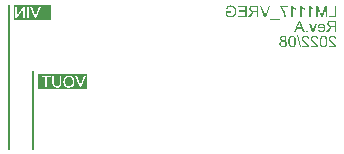
<source format=gbo>
G04 Layer_Color=32896*
%FSLAX25Y25*%
%MOIN*%
G70*
G01*
G75*
%ADD24C,0.00800*%
G36*
X117452Y45000D02*
X117002D01*
X115942Y47786D01*
X116431D01*
X117047Y46082D01*
X117086Y45971D01*
X117124Y45871D01*
X117152Y45777D01*
X117180Y45705D01*
X117197Y45638D01*
X117213Y45594D01*
X117219Y45566D01*
X117225Y45555D01*
X117258Y45660D01*
X117286Y45766D01*
X117319Y45860D01*
X117347Y45943D01*
X117369Y46016D01*
X117385Y46071D01*
X117391Y46088D01*
X117396Y46104D01*
X117402Y46110D01*
Y46116D01*
X118001Y47786D01*
X118501D01*
X117452Y45000D01*
D02*
G37*
G36*
X106075Y48934D02*
X102950D01*
Y49273D01*
X106075D01*
Y48934D01*
D02*
G37*
G36*
X125000Y45000D02*
X124489D01*
Y46704D01*
X123835D01*
X123774Y46698D01*
X123729D01*
X123690Y46693D01*
X123662Y46687D01*
X123640D01*
X123629Y46682D01*
X123624D01*
X123535Y46654D01*
X123496Y46637D01*
X123463Y46621D01*
X123429Y46604D01*
X123407Y46593D01*
X123396Y46587D01*
X123390Y46582D01*
X123346Y46549D01*
X123302Y46510D01*
X123219Y46426D01*
X123180Y46387D01*
X123152Y46354D01*
X123135Y46332D01*
X123130Y46326D01*
X123074Y46249D01*
X123013Y46165D01*
X122952Y46077D01*
X122891Y45994D01*
X122841Y45916D01*
X122802Y45855D01*
X122785Y45832D01*
X122775Y45816D01*
X122763Y45805D01*
Y45799D01*
X122258Y45000D01*
X121626D01*
X122286Y46043D01*
X122364Y46154D01*
X122436Y46254D01*
X122508Y46338D01*
X122569Y46415D01*
X122625Y46471D01*
X122669Y46515D01*
X122697Y46543D01*
X122708Y46554D01*
X122752Y46587D01*
X122802Y46626D01*
X122902Y46687D01*
X122947Y46709D01*
X122980Y46732D01*
X123002Y46743D01*
X123013Y46748D01*
X122913Y46765D01*
X122819Y46782D01*
X122736Y46809D01*
X122652Y46832D01*
X122580Y46859D01*
X122514Y46892D01*
X122452Y46920D01*
X122397Y46948D01*
X122353Y46981D01*
X122308Y47009D01*
X122275Y47031D01*
X122247Y47054D01*
X122225Y47070D01*
X122208Y47087D01*
X122203Y47092D01*
X122197Y47098D01*
X122153Y47153D01*
X122108Y47209D01*
X122042Y47326D01*
X121997Y47442D01*
X121964Y47553D01*
X121942Y47647D01*
X121936Y47686D01*
Y47725D01*
X121931Y47753D01*
Y47775D01*
Y47786D01*
Y47792D01*
X121936Y47908D01*
X121953Y48014D01*
X121981Y48114D01*
X122009Y48197D01*
X122042Y48269D01*
X122064Y48324D01*
X122086Y48358D01*
X122092Y48363D01*
Y48369D01*
X122158Y48458D01*
X122225Y48535D01*
X122297Y48602D01*
X122364Y48652D01*
X122425Y48691D01*
X122475Y48713D01*
X122508Y48730D01*
X122514Y48735D01*
X122519D01*
X122569Y48752D01*
X122630Y48768D01*
X122752Y48796D01*
X122885Y48813D01*
X123008Y48829D01*
X123124Y48835D01*
X123174D01*
X123219Y48841D01*
X125000D01*
Y45000D01*
D02*
G37*
G36*
X120160Y47842D02*
X120260Y47831D01*
X120355Y47814D01*
X120443Y47786D01*
X120527Y47758D01*
X120604Y47725D01*
X120677Y47692D01*
X120738Y47653D01*
X120799Y47620D01*
X120849Y47581D01*
X120893Y47547D01*
X120926Y47520D01*
X120954Y47492D01*
X120976Y47475D01*
X120987Y47464D01*
X120993Y47459D01*
X121054Y47381D01*
X121109Y47298D01*
X121159Y47214D01*
X121204Y47126D01*
X121237Y47031D01*
X121265Y46942D01*
X121309Y46765D01*
X121326Y46687D01*
X121337Y46610D01*
X121343Y46543D01*
X121348Y46482D01*
X121354Y46432D01*
Y46399D01*
Y46371D01*
Y46365D01*
X121348Y46243D01*
X121337Y46127D01*
X121320Y46016D01*
X121298Y45916D01*
X121270Y45821D01*
X121243Y45733D01*
X121209Y45655D01*
X121176Y45583D01*
X121143Y45522D01*
X121109Y45466D01*
X121082Y45422D01*
X121054Y45383D01*
X121032Y45350D01*
X121015Y45327D01*
X121004Y45316D01*
X120999Y45311D01*
X120926Y45244D01*
X120854Y45189D01*
X120776Y45139D01*
X120693Y45094D01*
X120615Y45061D01*
X120532Y45028D01*
X120377Y44983D01*
X120305Y44972D01*
X120238Y44961D01*
X120177Y44950D01*
X120127Y44945D01*
X120088Y44939D01*
X120027D01*
X119855Y44950D01*
X119700Y44978D01*
X119561Y45011D01*
X119506Y45033D01*
X119450Y45055D01*
X119400Y45078D01*
X119356Y45100D01*
X119322Y45117D01*
X119289Y45133D01*
X119267Y45150D01*
X119250Y45161D01*
X119239Y45172D01*
X119234D01*
X119123Y45272D01*
X119034Y45377D01*
X118956Y45488D01*
X118901Y45594D01*
X118856Y45688D01*
X118840Y45733D01*
X118823Y45766D01*
X118812Y45799D01*
X118806Y45821D01*
X118801Y45832D01*
Y45838D01*
X119289Y45899D01*
X119333Y45794D01*
X119383Y45705D01*
X119433Y45627D01*
X119478Y45566D01*
X119517Y45522D01*
X119550Y45488D01*
X119578Y45466D01*
X119583Y45461D01*
X119655Y45416D01*
X119728Y45383D01*
X119805Y45361D01*
X119872Y45344D01*
X119933Y45333D01*
X119983Y45327D01*
X120027D01*
X120094Y45333D01*
X120155Y45338D01*
X120266Y45366D01*
X120366Y45405D01*
X120455Y45450D01*
X120521Y45488D01*
X120571Y45527D01*
X120604Y45555D01*
X120610Y45566D01*
X120615D01*
X120693Y45666D01*
X120754Y45777D01*
X120799Y45899D01*
X120832Y46010D01*
X120849Y46110D01*
X120860Y46154D01*
X120865Y46193D01*
Y46227D01*
X120871Y46249D01*
Y46265D01*
Y46271D01*
X118790D01*
X118784Y46326D01*
Y46365D01*
Y46387D01*
Y46393D01*
X118790Y46521D01*
X118801Y46637D01*
X118817Y46748D01*
X118840Y46854D01*
X118867Y46948D01*
X118895Y47037D01*
X118928Y47115D01*
X118962Y47187D01*
X118995Y47253D01*
X119028Y47309D01*
X119056Y47353D01*
X119084Y47392D01*
X119106Y47425D01*
X119123Y47448D01*
X119134Y47459D01*
X119139Y47464D01*
X119206Y47531D01*
X119278Y47592D01*
X119356Y47642D01*
X119433Y47686D01*
X119511Y47725D01*
X119583Y47753D01*
X119661Y47780D01*
X119728Y47797D01*
X119800Y47814D01*
X119861Y47825D01*
X119916Y47836D01*
X119961Y47842D01*
X120000Y47847D01*
X120055D01*
X120160Y47842D01*
D02*
G37*
G36*
X108722Y53336D02*
X106840D01*
X106974Y53175D01*
X107101Y53003D01*
X107212Y52836D01*
X107318Y52675D01*
X107362Y52603D01*
X107401Y52536D01*
X107440Y52475D01*
X107468Y52425D01*
X107490Y52381D01*
X107506Y52353D01*
X107518Y52331D01*
X107523Y52325D01*
X107634Y52103D01*
X107734Y51881D01*
X107817Y51671D01*
X107851Y51576D01*
X107884Y51482D01*
X107917Y51399D01*
X107939Y51321D01*
X107961Y51254D01*
X107978Y51199D01*
X107995Y51149D01*
X108006Y51116D01*
X108011Y51093D01*
Y51088D01*
X108067Y50860D01*
X108089Y50749D01*
X108106Y50649D01*
X108123Y50555D01*
X108139Y50461D01*
X108150Y50383D01*
X108161Y50305D01*
X108167Y50239D01*
X108172Y50178D01*
X108178Y50122D01*
Y50078D01*
X108184Y50044D01*
Y50022D01*
Y50006D01*
Y50000D01*
X107701D01*
X107684Y50211D01*
X107656Y50405D01*
X107629Y50583D01*
X107612Y50666D01*
X107595Y50744D01*
X107584Y50810D01*
X107568Y50871D01*
X107556Y50927D01*
X107545Y50971D01*
X107534Y51005D01*
X107529Y51032D01*
X107523Y51049D01*
Y51055D01*
X107440Y51310D01*
X107351Y51548D01*
X107307Y51665D01*
X107262Y51776D01*
X107212Y51876D01*
X107168Y51976D01*
X107129Y52065D01*
X107090Y52142D01*
X107057Y52209D01*
X107029Y52270D01*
X107001Y52320D01*
X106985Y52353D01*
X106974Y52375D01*
X106968Y52381D01*
X106901Y52498D01*
X106835Y52614D01*
X106768Y52719D01*
X106702Y52819D01*
X106641Y52908D01*
X106579Y52997D01*
X106518Y53075D01*
X106469Y53141D01*
X106419Y53208D01*
X106374Y53263D01*
X106330Y53308D01*
X106297Y53347D01*
X106274Y53380D01*
X106252Y53402D01*
X106241Y53413D01*
X106235Y53419D01*
Y53791D01*
X108722D01*
Y53336D01*
D02*
G37*
G36*
X125000Y50000D02*
X122597D01*
Y50455D01*
X124489D01*
Y53841D01*
X125000D01*
Y50000D01*
D02*
G37*
G36*
X95130D02*
X92261D01*
Y50455D01*
X94619D01*
Y51759D01*
X92494D01*
Y52214D01*
X94619D01*
Y53386D01*
X92349D01*
Y53841D01*
X95130D01*
Y50000D01*
D02*
G37*
G36*
X99004D02*
X98493D01*
Y51704D01*
X97838D01*
X97777Y51698D01*
X97733D01*
X97694Y51693D01*
X97666Y51687D01*
X97644D01*
X97633Y51682D01*
X97627D01*
X97539Y51654D01*
X97500Y51637D01*
X97466Y51621D01*
X97433Y51604D01*
X97411Y51593D01*
X97400Y51587D01*
X97394Y51582D01*
X97350Y51548D01*
X97306Y51510D01*
X97222Y51426D01*
X97183Y51388D01*
X97156Y51354D01*
X97139Y51332D01*
X97133Y51326D01*
X97078Y51249D01*
X97017Y51165D01*
X96956Y51077D01*
X96895Y50994D01*
X96845Y50916D01*
X96806Y50855D01*
X96789Y50832D01*
X96778Y50816D01*
X96767Y50805D01*
Y50799D01*
X96262Y50000D01*
X95629D01*
X96290Y51043D01*
X96368Y51154D01*
X96440Y51254D01*
X96512Y51337D01*
X96573Y51415D01*
X96628Y51471D01*
X96673Y51515D01*
X96701Y51543D01*
X96712Y51554D01*
X96756Y51587D01*
X96806Y51626D01*
X96906Y51687D01*
X96950Y51709D01*
X96984Y51732D01*
X97006Y51743D01*
X97017Y51748D01*
X96917Y51765D01*
X96823Y51782D01*
X96739Y51809D01*
X96656Y51832D01*
X96584Y51859D01*
X96517Y51893D01*
X96456Y51920D01*
X96401Y51948D01*
X96356Y51981D01*
X96312Y52009D01*
X96279Y52031D01*
X96251Y52053D01*
X96229Y52070D01*
X96212Y52087D01*
X96207Y52092D01*
X96201Y52098D01*
X96157Y52153D01*
X96112Y52209D01*
X96046Y52325D01*
X96001Y52442D01*
X95968Y52553D01*
X95946Y52647D01*
X95940Y52686D01*
Y52725D01*
X95935Y52753D01*
Y52775D01*
Y52786D01*
Y52792D01*
X95940Y52908D01*
X95957Y53014D01*
X95985Y53114D01*
X96012Y53197D01*
X96046Y53269D01*
X96068Y53325D01*
X96090Y53358D01*
X96096Y53363D01*
Y53369D01*
X96162Y53458D01*
X96229Y53535D01*
X96301Y53602D01*
X96368Y53652D01*
X96429Y53691D01*
X96478Y53713D01*
X96512Y53730D01*
X96517Y53735D01*
X96523D01*
X96573Y53752D01*
X96634Y53768D01*
X96756Y53796D01*
X96889Y53813D01*
X97011Y53829D01*
X97128Y53835D01*
X97178D01*
X97222Y53841D01*
X99004D01*
Y50000D01*
D02*
G37*
G36*
X115387Y45000D02*
X114849D01*
Y45538D01*
X115387D01*
Y45000D01*
D02*
G37*
G36*
X113206Y39933D02*
X112829D01*
X111713Y43907D01*
X112091D01*
X113206Y39933D01*
D02*
G37*
G36*
X120837Y43846D02*
X120976Y43824D01*
X121093Y43785D01*
X121193Y43746D01*
X121276Y43702D01*
X121309Y43685D01*
X121337Y43663D01*
X121359Y43652D01*
X121376Y43641D01*
X121381Y43630D01*
X121387D01*
X121487Y43541D01*
X121570Y43435D01*
X121642Y43330D01*
X121698Y43230D01*
X121742Y43136D01*
X121764Y43097D01*
X121775Y43058D01*
X121787Y43030D01*
X121798Y43008D01*
X121803Y42997D01*
Y42991D01*
X121825Y42908D01*
X121848Y42825D01*
X121881Y42642D01*
X121909Y42459D01*
X121925Y42287D01*
X121931Y42203D01*
X121936Y42131D01*
Y42065D01*
X121942Y42004D01*
Y41959D01*
Y41920D01*
Y41898D01*
Y41892D01*
X121936Y41698D01*
X121925Y41515D01*
X121909Y41349D01*
X121881Y41193D01*
X121853Y41049D01*
X121820Y40921D01*
X121787Y40805D01*
X121753Y40705D01*
X121720Y40616D01*
X121681Y40538D01*
X121653Y40472D01*
X121626Y40422D01*
X121598Y40377D01*
X121581Y40350D01*
X121570Y40333D01*
X121565Y40327D01*
X121503Y40261D01*
X121437Y40200D01*
X121365Y40144D01*
X121293Y40100D01*
X121221Y40061D01*
X121148Y40028D01*
X121076Y40005D01*
X121010Y39983D01*
X120943Y39967D01*
X120882Y39956D01*
X120826Y39944D01*
X120782Y39939D01*
X120743Y39933D01*
X120688D01*
X120538Y39944D01*
X120399Y39967D01*
X120282Y40005D01*
X120183Y40044D01*
X120099Y40083D01*
X120072Y40106D01*
X120044Y40122D01*
X120022Y40133D01*
X120005Y40144D01*
X120000Y40155D01*
X119994D01*
X119894Y40250D01*
X119811Y40350D01*
X119739Y40461D01*
X119683Y40561D01*
X119639Y40655D01*
X119616Y40694D01*
X119605Y40733D01*
X119594Y40760D01*
X119583Y40782D01*
X119578Y40794D01*
Y40799D01*
X119550Y40883D01*
X119528Y40966D01*
X119494Y41143D01*
X119467Y41326D01*
X119450Y41504D01*
X119445Y41582D01*
X119439Y41654D01*
Y41721D01*
X119433Y41781D01*
Y41826D01*
Y41865D01*
Y41887D01*
Y41892D01*
Y41998D01*
X119439Y42098D01*
Y42187D01*
X119445Y42276D01*
X119456Y42353D01*
X119461Y42431D01*
X119467Y42498D01*
X119478Y42559D01*
X119483Y42614D01*
X119494Y42664D01*
X119500Y42703D01*
X119506Y42736D01*
X119511Y42764D01*
X119517Y42781D01*
X119522Y42792D01*
Y42797D01*
X119555Y42919D01*
X119594Y43030D01*
X119639Y43125D01*
X119672Y43208D01*
X119711Y43280D01*
X119733Y43330D01*
X119755Y43358D01*
X119761Y43369D01*
X119822Y43452D01*
X119883Y43524D01*
X119949Y43585D01*
X120010Y43641D01*
X120066Y43680D01*
X120110Y43707D01*
X120138Y43724D01*
X120144Y43730D01*
X120149D01*
X120238Y43774D01*
X120332Y43802D01*
X120421Y43824D01*
X120504Y43841D01*
X120577Y43852D01*
X120638Y43857D01*
X120688D01*
X120837Y43846D01*
D02*
G37*
G36*
X107345Y43852D02*
X107434Y43846D01*
X107590Y43813D01*
X107662Y43791D01*
X107728Y43769D01*
X107790Y43741D01*
X107845Y43713D01*
X107889Y43685D01*
X107934Y43657D01*
X107973Y43635D01*
X108000Y43613D01*
X108023Y43596D01*
X108039Y43580D01*
X108050Y43574D01*
X108056Y43569D01*
X108106Y43513D01*
X108156Y43458D01*
X108195Y43397D01*
X108228Y43336D01*
X108283Y43219D01*
X108317Y43108D01*
X108339Y43014D01*
X108344Y42969D01*
X108350Y42936D01*
X108355Y42903D01*
Y42880D01*
Y42869D01*
Y42864D01*
X108350Y42764D01*
X108333Y42669D01*
X108311Y42586D01*
X108283Y42514D01*
X108261Y42459D01*
X108239Y42414D01*
X108222Y42392D01*
X108217Y42381D01*
X108156Y42314D01*
X108089Y42253D01*
X108017Y42198D01*
X107945Y42153D01*
X107878Y42120D01*
X107828Y42098D01*
X107806Y42087D01*
X107790Y42081D01*
X107784Y42076D01*
X107778D01*
X107906Y42037D01*
X108011Y41987D01*
X108106Y41926D01*
X108184Y41870D01*
X108245Y41815D01*
X108289Y41770D01*
X108311Y41743D01*
X108322Y41737D01*
Y41732D01*
X108383Y41632D01*
X108433Y41526D01*
X108467Y41426D01*
X108489Y41326D01*
X108500Y41238D01*
X108505Y41199D01*
Y41166D01*
X108511Y41143D01*
Y41121D01*
Y41110D01*
Y41105D01*
X108505Y41016D01*
X108494Y40927D01*
X108478Y40844D01*
X108455Y40760D01*
X108400Y40622D01*
X108372Y40555D01*
X108339Y40499D01*
X108306Y40444D01*
X108278Y40400D01*
X108245Y40361D01*
X108222Y40327D01*
X108200Y40300D01*
X108184Y40283D01*
X108172Y40272D01*
X108167Y40266D01*
X108100Y40205D01*
X108028Y40155D01*
X107950Y40111D01*
X107873Y40072D01*
X107800Y40044D01*
X107723Y40017D01*
X107573Y39978D01*
X107506Y39961D01*
X107445Y39950D01*
X107390Y39944D01*
X107340Y39939D01*
X107301Y39933D01*
X107246D01*
X107140Y39939D01*
X107046Y39950D01*
X106951Y39967D01*
X106863Y39983D01*
X106785Y40011D01*
X106707Y40039D01*
X106635Y40067D01*
X106574Y40100D01*
X106518Y40133D01*
X106469Y40161D01*
X106430Y40189D01*
X106391Y40216D01*
X106363Y40233D01*
X106346Y40250D01*
X106335Y40261D01*
X106330Y40266D01*
X106269Y40333D01*
X106213Y40400D01*
X106169Y40466D01*
X106130Y40538D01*
X106091Y40605D01*
X106063Y40677D01*
X106025Y40805D01*
X106008Y40866D01*
X105997Y40921D01*
X105991Y40971D01*
X105986Y41010D01*
X105980Y41043D01*
Y41071D01*
Y41088D01*
Y41093D01*
X105986Y41221D01*
X106008Y41337D01*
X106041Y41443D01*
X106075Y41532D01*
X106108Y41604D01*
X106141Y41659D01*
X106163Y41693D01*
X106169Y41698D01*
Y41704D01*
X106247Y41793D01*
X106330Y41870D01*
X106419Y41931D01*
X106502Y41987D01*
X106579Y42026D01*
X106646Y42053D01*
X106668Y42065D01*
X106685Y42070D01*
X106696Y42076D01*
X106702D01*
X106602Y42120D01*
X106518Y42170D01*
X106446Y42220D01*
X106385Y42270D01*
X106341Y42314D01*
X106308Y42348D01*
X106285Y42370D01*
X106280Y42381D01*
X106230Y42459D01*
X106197Y42536D01*
X106169Y42614D01*
X106152Y42692D01*
X106141Y42753D01*
X106135Y42803D01*
Y42836D01*
Y42842D01*
Y42847D01*
X106141Y42925D01*
X106147Y42997D01*
X106185Y43136D01*
X106235Y43258D01*
X106291Y43363D01*
X106346Y43447D01*
X106374Y43480D01*
X106396Y43513D01*
X106419Y43535D01*
X106435Y43552D01*
X106441Y43558D01*
X106446Y43563D01*
X106507Y43613D01*
X106569Y43663D01*
X106635Y43702D01*
X106702Y43735D01*
X106835Y43785D01*
X106968Y43818D01*
X107024Y43835D01*
X107079Y43841D01*
X107129Y43846D01*
X107173Y43852D01*
X107207Y43857D01*
X107257D01*
X107345Y43852D01*
D02*
G37*
G36*
X110387Y43846D02*
X110526Y43824D01*
X110642Y43785D01*
X110742Y43746D01*
X110825Y43702D01*
X110859Y43685D01*
X110886Y43663D01*
X110908Y43652D01*
X110925Y43641D01*
X110931Y43630D01*
X110936D01*
X111036Y43541D01*
X111119Y43435D01*
X111192Y43330D01*
X111247Y43230D01*
X111292Y43136D01*
X111314Y43097D01*
X111325Y43058D01*
X111336Y43030D01*
X111347Y43008D01*
X111353Y42997D01*
Y42991D01*
X111375Y42908D01*
X111397Y42825D01*
X111430Y42642D01*
X111458Y42459D01*
X111475Y42287D01*
X111480Y42203D01*
X111486Y42131D01*
Y42065D01*
X111491Y42004D01*
Y41959D01*
Y41920D01*
Y41898D01*
Y41892D01*
X111486Y41698D01*
X111475Y41515D01*
X111458Y41349D01*
X111430Y41193D01*
X111402Y41049D01*
X111369Y40921D01*
X111336Y40805D01*
X111303Y40705D01*
X111269Y40616D01*
X111230Y40538D01*
X111203Y40472D01*
X111175Y40422D01*
X111147Y40377D01*
X111130Y40350D01*
X111119Y40333D01*
X111114Y40327D01*
X111053Y40261D01*
X110986Y40200D01*
X110914Y40144D01*
X110842Y40100D01*
X110770Y40061D01*
X110698Y40028D01*
X110626Y40005D01*
X110559Y39983D01*
X110492Y39967D01*
X110431Y39956D01*
X110376Y39944D01*
X110331Y39939D01*
X110292Y39933D01*
X110237D01*
X110087Y39944D01*
X109948Y39967D01*
X109832Y40005D01*
X109732Y40044D01*
X109649Y40083D01*
X109621Y40106D01*
X109593Y40122D01*
X109571Y40133D01*
X109554Y40144D01*
X109549Y40155D01*
X109543D01*
X109443Y40250D01*
X109360Y40350D01*
X109288Y40461D01*
X109232Y40561D01*
X109188Y40655D01*
X109166Y40694D01*
X109155Y40733D01*
X109144Y40760D01*
X109133Y40782D01*
X109127Y40794D01*
Y40799D01*
X109099Y40883D01*
X109077Y40966D01*
X109044Y41143D01*
X109016Y41326D01*
X108999Y41504D01*
X108994Y41582D01*
X108988Y41654D01*
Y41721D01*
X108983Y41781D01*
Y41826D01*
Y41865D01*
Y41887D01*
Y41892D01*
Y41998D01*
X108988Y42098D01*
Y42187D01*
X108994Y42276D01*
X109005Y42353D01*
X109010Y42431D01*
X109016Y42498D01*
X109027Y42559D01*
X109033Y42614D01*
X109044Y42664D01*
X109049Y42703D01*
X109055Y42736D01*
X109060Y42764D01*
X109066Y42781D01*
X109072Y42792D01*
Y42797D01*
X109105Y42919D01*
X109144Y43030D01*
X109188Y43125D01*
X109221Y43208D01*
X109260Y43280D01*
X109282Y43330D01*
X109305Y43358D01*
X109310Y43369D01*
X109371Y43452D01*
X109432Y43524D01*
X109499Y43585D01*
X109560Y43641D01*
X109615Y43680D01*
X109660Y43707D01*
X109688Y43724D01*
X109693Y43730D01*
X109699D01*
X109787Y43774D01*
X109882Y43802D01*
X109971Y43824D01*
X110054Y43841D01*
X110126Y43852D01*
X110187Y43857D01*
X110237D01*
X110387Y43846D01*
D02*
G37*
G36*
X123757Y43852D02*
X123851Y43846D01*
X123940Y43830D01*
X124023Y43813D01*
X124101Y43791D01*
X124173Y43769D01*
X124240Y43741D01*
X124301Y43713D01*
X124356Y43685D01*
X124401Y43657D01*
X124440Y43635D01*
X124473Y43613D01*
X124501Y43596D01*
X124517Y43580D01*
X124528Y43574D01*
X124534Y43569D01*
X124589Y43513D01*
X124639Y43452D01*
X124689Y43385D01*
X124728Y43319D01*
X124795Y43186D01*
X124839Y43053D01*
X124856Y42991D01*
X124872Y42930D01*
X124883Y42880D01*
X124895Y42836D01*
X124900Y42797D01*
Y42770D01*
X124906Y42753D01*
Y42747D01*
X124423Y42697D01*
X124412Y42825D01*
X124390Y42936D01*
X124356Y43036D01*
X124317Y43113D01*
X124284Y43180D01*
X124251Y43224D01*
X124229Y43252D01*
X124217Y43263D01*
X124134Y43330D01*
X124045Y43380D01*
X123951Y43419D01*
X123868Y43441D01*
X123790Y43458D01*
X123723Y43463D01*
X123701Y43469D01*
X123668D01*
X123551Y43463D01*
X123446Y43441D01*
X123357Y43408D01*
X123280Y43374D01*
X123219Y43336D01*
X123180Y43308D01*
X123152Y43286D01*
X123141Y43275D01*
X123074Y43197D01*
X123024Y43119D01*
X122985Y43041D01*
X122963Y42964D01*
X122947Y42903D01*
X122941Y42847D01*
X122935Y42814D01*
Y42808D01*
Y42803D01*
X122947Y42703D01*
X122969Y42597D01*
X123008Y42503D01*
X123046Y42414D01*
X123091Y42342D01*
X123130Y42281D01*
X123141Y42259D01*
X123152Y42242D01*
X123163Y42237D01*
Y42231D01*
X123207Y42170D01*
X123263Y42109D01*
X123324Y42042D01*
X123390Y41976D01*
X123529Y41843D01*
X123668Y41709D01*
X123740Y41648D01*
X123801Y41593D01*
X123862Y41543D01*
X123912Y41499D01*
X123951Y41465D01*
X123984Y41438D01*
X124006Y41421D01*
X124012Y41415D01*
X124151Y41299D01*
X124278Y41188D01*
X124384Y41088D01*
X124467Y41005D01*
X124539Y40932D01*
X124589Y40883D01*
X124617Y40849D01*
X124628Y40844D01*
Y40838D01*
X124706Y40744D01*
X124767Y40655D01*
X124822Y40566D01*
X124867Y40488D01*
X124900Y40422D01*
X124922Y40372D01*
X124933Y40339D01*
X124939Y40333D01*
Y40327D01*
X124961Y40266D01*
X124972Y40211D01*
X124983Y40155D01*
X124989Y40106D01*
X124995Y40061D01*
Y40028D01*
Y40005D01*
Y40000D01*
X122447D01*
Y40455D01*
X124340D01*
X124273Y40549D01*
X124240Y40588D01*
X124212Y40627D01*
X124184Y40660D01*
X124162Y40683D01*
X124145Y40699D01*
X124140Y40705D01*
X124112Y40733D01*
X124079Y40760D01*
X124001Y40832D01*
X123912Y40916D01*
X123818Y40999D01*
X123729Y41071D01*
X123690Y41105D01*
X123657Y41138D01*
X123629Y41160D01*
X123607Y41177D01*
X123596Y41188D01*
X123590Y41193D01*
X123502Y41271D01*
X123413Y41343D01*
X123335Y41415D01*
X123263Y41476D01*
X123196Y41537D01*
X123141Y41593D01*
X123085Y41643D01*
X123041Y41687D01*
X122996Y41732D01*
X122963Y41765D01*
X122935Y41793D01*
X122908Y41820D01*
X122880Y41854D01*
X122869Y41865D01*
X122791Y41959D01*
X122724Y42042D01*
X122669Y42126D01*
X122625Y42192D01*
X122591Y42253D01*
X122569Y42298D01*
X122558Y42325D01*
X122552Y42336D01*
X122519Y42420D01*
X122497Y42503D01*
X122475Y42581D01*
X122464Y42647D01*
X122458Y42708D01*
X122452Y42753D01*
Y42781D01*
Y42792D01*
X122458Y42875D01*
X122469Y42953D01*
X122480Y43030D01*
X122503Y43097D01*
X122558Y43230D01*
X122614Y43336D01*
X122647Y43385D01*
X122675Y43424D01*
X122702Y43463D01*
X122730Y43491D01*
X122752Y43513D01*
X122763Y43535D01*
X122775Y43541D01*
X122780Y43546D01*
X122841Y43602D01*
X122908Y43652D01*
X122980Y43691D01*
X123052Y43724D01*
X123196Y43780D01*
X123341Y43818D01*
X123402Y43830D01*
X123463Y43841D01*
X123518Y43846D01*
X123563Y43852D01*
X123601Y43857D01*
X123657D01*
X123757Y43852D01*
D02*
G37*
G36*
X114388Y45000D02*
X113850D01*
X113434Y46165D01*
X111824D01*
X111375Y45000D01*
X110798D01*
X112368Y48841D01*
X112923D01*
X114388Y45000D01*
D02*
G37*
G36*
X114799Y43852D02*
X114893Y43846D01*
X114982Y43830D01*
X115066Y43813D01*
X115143Y43791D01*
X115215Y43769D01*
X115282Y43741D01*
X115343Y43713D01*
X115399Y43685D01*
X115443Y43657D01*
X115482Y43635D01*
X115515Y43613D01*
X115543Y43596D01*
X115559Y43580D01*
X115571Y43574D01*
X115576Y43569D01*
X115632Y43513D01*
X115682Y43452D01*
X115732Y43385D01*
X115770Y43319D01*
X115837Y43186D01*
X115881Y43053D01*
X115898Y42991D01*
X115915Y42930D01*
X115926Y42880D01*
X115937Y42836D01*
X115942Y42797D01*
Y42770D01*
X115948Y42753D01*
Y42747D01*
X115465Y42697D01*
X115454Y42825D01*
X115432Y42936D01*
X115399Y43036D01*
X115360Y43113D01*
X115326Y43180D01*
X115293Y43224D01*
X115271Y43252D01*
X115260Y43263D01*
X115176Y43330D01*
X115088Y43380D01*
X114993Y43419D01*
X114910Y43441D01*
X114832Y43458D01*
X114766Y43463D01*
X114744Y43469D01*
X114710D01*
X114594Y43463D01*
X114488Y43441D01*
X114400Y43408D01*
X114322Y43374D01*
X114261Y43336D01*
X114222Y43308D01*
X114194Y43286D01*
X114183Y43275D01*
X114117Y43197D01*
X114067Y43119D01*
X114028Y43041D01*
X114005Y42964D01*
X113989Y42903D01*
X113983Y42847D01*
X113978Y42814D01*
Y42808D01*
Y42803D01*
X113989Y42703D01*
X114011Y42597D01*
X114050Y42503D01*
X114089Y42414D01*
X114133Y42342D01*
X114172Y42281D01*
X114183Y42259D01*
X114194Y42242D01*
X114205Y42237D01*
Y42231D01*
X114250Y42170D01*
X114305Y42109D01*
X114366Y42042D01*
X114433Y41976D01*
X114572Y41843D01*
X114710Y41709D01*
X114782Y41648D01*
X114843Y41593D01*
X114904Y41543D01*
X114954Y41499D01*
X114993Y41465D01*
X115027Y41438D01*
X115049Y41421D01*
X115054Y41415D01*
X115193Y41299D01*
X115321Y41188D01*
X115426Y41088D01*
X115509Y41005D01*
X115582Y40932D01*
X115632Y40883D01*
X115659Y40849D01*
X115671Y40844D01*
Y40838D01*
X115748Y40744D01*
X115809Y40655D01*
X115865Y40566D01*
X115909Y40488D01*
X115942Y40422D01*
X115965Y40372D01*
X115976Y40339D01*
X115981Y40333D01*
Y40327D01*
X116003Y40266D01*
X116015Y40211D01*
X116026Y40155D01*
X116031Y40106D01*
X116037Y40061D01*
Y40028D01*
Y40005D01*
Y40000D01*
X113489D01*
Y40455D01*
X115382D01*
X115315Y40549D01*
X115282Y40588D01*
X115254Y40627D01*
X115226Y40660D01*
X115204Y40683D01*
X115188Y40699D01*
X115182Y40705D01*
X115154Y40733D01*
X115121Y40760D01*
X115043Y40832D01*
X114954Y40916D01*
X114860Y40999D01*
X114771Y41071D01*
X114733Y41105D01*
X114699Y41138D01*
X114672Y41160D01*
X114649Y41177D01*
X114638Y41188D01*
X114633Y41193D01*
X114544Y41271D01*
X114455Y41343D01*
X114377Y41415D01*
X114305Y41476D01*
X114239Y41537D01*
X114183Y41593D01*
X114128Y41643D01*
X114083Y41687D01*
X114039Y41732D01*
X114005Y41765D01*
X113978Y41793D01*
X113950Y41820D01*
X113922Y41854D01*
X113911Y41865D01*
X113833Y41959D01*
X113767Y42042D01*
X113711Y42126D01*
X113667Y42192D01*
X113634Y42253D01*
X113611Y42298D01*
X113600Y42325D01*
X113595Y42336D01*
X113561Y42420D01*
X113539Y42503D01*
X113517Y42581D01*
X113506Y42647D01*
X113500Y42708D01*
X113495Y42753D01*
Y42781D01*
Y42792D01*
X113500Y42875D01*
X113512Y42953D01*
X113523Y43030D01*
X113545Y43097D01*
X113600Y43230D01*
X113656Y43336D01*
X113689Y43385D01*
X113717Y43424D01*
X113745Y43463D01*
X113772Y43491D01*
X113795Y43513D01*
X113806Y43535D01*
X113817Y43541D01*
X113822Y43546D01*
X113883Y43602D01*
X113950Y43652D01*
X114022Y43691D01*
X114094Y43724D01*
X114239Y43780D01*
X114383Y43818D01*
X114444Y43830D01*
X114505Y43841D01*
X114560Y43846D01*
X114605Y43852D01*
X114644Y43857D01*
X114699D01*
X114799Y43852D01*
D02*
G37*
G36*
X117785D02*
X117879Y43846D01*
X117968Y43830D01*
X118051Y43813D01*
X118129Y43791D01*
X118201Y43769D01*
X118268Y43741D01*
X118329Y43713D01*
X118384Y43685D01*
X118429Y43657D01*
X118468Y43635D01*
X118501Y43613D01*
X118529Y43596D01*
X118545Y43580D01*
X118556Y43574D01*
X118562Y43569D01*
X118617Y43513D01*
X118667Y43452D01*
X118717Y43385D01*
X118756Y43319D01*
X118823Y43186D01*
X118867Y43053D01*
X118884Y42991D01*
X118901Y42930D01*
X118912Y42880D01*
X118923Y42836D01*
X118928Y42797D01*
Y42770D01*
X118934Y42753D01*
Y42747D01*
X118451Y42697D01*
X118440Y42825D01*
X118418Y42936D01*
X118384Y43036D01*
X118346Y43113D01*
X118312Y43180D01*
X118279Y43224D01*
X118257Y43252D01*
X118246Y43263D01*
X118162Y43330D01*
X118074Y43380D01*
X117979Y43419D01*
X117896Y43441D01*
X117818Y43458D01*
X117752Y43463D01*
X117729Y43469D01*
X117696D01*
X117580Y43463D01*
X117474Y43441D01*
X117385Y43408D01*
X117308Y43374D01*
X117247Y43336D01*
X117208Y43308D01*
X117180Y43286D01*
X117169Y43275D01*
X117102Y43197D01*
X117052Y43119D01*
X117014Y43041D01*
X116991Y42964D01*
X116975Y42903D01*
X116969Y42847D01*
X116964Y42814D01*
Y42808D01*
Y42803D01*
X116975Y42703D01*
X116997Y42597D01*
X117036Y42503D01*
X117075Y42414D01*
X117119Y42342D01*
X117158Y42281D01*
X117169Y42259D01*
X117180Y42242D01*
X117191Y42237D01*
Y42231D01*
X117236Y42170D01*
X117291Y42109D01*
X117352Y42042D01*
X117419Y41976D01*
X117557Y41843D01*
X117696Y41709D01*
X117768Y41648D01*
X117829Y41593D01*
X117891Y41543D01*
X117940Y41499D01*
X117979Y41465D01*
X118013Y41438D01*
X118035Y41421D01*
X118040Y41415D01*
X118179Y41299D01*
X118307Y41188D01*
X118412Y41088D01*
X118495Y41005D01*
X118568Y40932D01*
X118617Y40883D01*
X118645Y40849D01*
X118656Y40844D01*
Y40838D01*
X118734Y40744D01*
X118795Y40655D01*
X118851Y40566D01*
X118895Y40488D01*
X118928Y40422D01*
X118950Y40372D01*
X118962Y40339D01*
X118967Y40333D01*
Y40327D01*
X118989Y40266D01*
X119000Y40211D01*
X119012Y40155D01*
X119017Y40106D01*
X119023Y40061D01*
Y40028D01*
Y40005D01*
Y40000D01*
X116475D01*
Y40455D01*
X118368D01*
X118301Y40549D01*
X118268Y40588D01*
X118240Y40627D01*
X118212Y40660D01*
X118190Y40683D01*
X118174Y40699D01*
X118168Y40705D01*
X118140Y40733D01*
X118107Y40760D01*
X118029Y40832D01*
X117940Y40916D01*
X117846Y40999D01*
X117757Y41071D01*
X117718Y41105D01*
X117685Y41138D01*
X117657Y41160D01*
X117635Y41177D01*
X117624Y41188D01*
X117619Y41193D01*
X117530Y41271D01*
X117441Y41343D01*
X117363Y41415D01*
X117291Y41476D01*
X117225Y41537D01*
X117169Y41593D01*
X117113Y41643D01*
X117069Y41687D01*
X117025Y41732D01*
X116991Y41765D01*
X116964Y41793D01*
X116936Y41820D01*
X116908Y41854D01*
X116897Y41865D01*
X116819Y41959D01*
X116753Y42042D01*
X116697Y42126D01*
X116653Y42192D01*
X116620Y42253D01*
X116597Y42298D01*
X116586Y42325D01*
X116581Y42336D01*
X116547Y42420D01*
X116525Y42503D01*
X116503Y42581D01*
X116492Y42647D01*
X116486Y42708D01*
X116481Y42753D01*
Y42781D01*
Y42792D01*
X116486Y42875D01*
X116497Y42953D01*
X116508Y43030D01*
X116531Y43097D01*
X116586Y43230D01*
X116642Y43336D01*
X116675Y43385D01*
X116703Y43424D01*
X116730Y43463D01*
X116758Y43491D01*
X116780Y43513D01*
X116792Y43535D01*
X116803Y43541D01*
X116808Y43546D01*
X116869Y43602D01*
X116936Y43652D01*
X117008Y43691D01*
X117080Y43724D01*
X117225Y43780D01*
X117369Y43818D01*
X117430Y43830D01*
X117491Y43841D01*
X117546Y43846D01*
X117591Y43852D01*
X117630Y43857D01*
X117685D01*
X117785Y43852D01*
D02*
G37*
G36*
X30000Y49000D02*
X17500D01*
Y53974D01*
X30000D01*
Y49000D01*
D02*
G37*
G36*
X110326Y53763D02*
X110387Y53674D01*
X110459Y53585D01*
X110526Y53508D01*
X110592Y53441D01*
X110642Y53386D01*
X110664Y53369D01*
X110681Y53352D01*
X110687Y53347D01*
X110692Y53341D01*
X110809Y53247D01*
X110925Y53158D01*
X111036Y53080D01*
X111147Y53019D01*
X111242Y52964D01*
X111280Y52942D01*
X111314Y52925D01*
X111342Y52908D01*
X111364Y52903D01*
X111375Y52891D01*
X111380D01*
Y52437D01*
X111297Y52470D01*
X111214Y52509D01*
X111130Y52548D01*
X111053Y52586D01*
X110986Y52620D01*
X110931Y52647D01*
X110898Y52670D01*
X110892Y52675D01*
X110886D01*
X110786Y52736D01*
X110698Y52797D01*
X110620Y52853D01*
X110559Y52903D01*
X110503Y52942D01*
X110470Y52975D01*
X110442Y52997D01*
X110437Y53003D01*
Y50000D01*
X109965D01*
Y53857D01*
X110270D01*
X110326Y53763D01*
D02*
G37*
G36*
X113312D02*
X113373Y53674D01*
X113445Y53585D01*
X113512Y53508D01*
X113578Y53441D01*
X113628Y53386D01*
X113650Y53369D01*
X113667Y53352D01*
X113672Y53347D01*
X113678Y53341D01*
X113795Y53247D01*
X113911Y53158D01*
X114022Y53080D01*
X114133Y53019D01*
X114227Y52964D01*
X114266Y52942D01*
X114300Y52925D01*
X114327Y52908D01*
X114349Y52903D01*
X114361Y52891D01*
X114366D01*
Y52437D01*
X114283Y52470D01*
X114200Y52509D01*
X114117Y52548D01*
X114039Y52586D01*
X113972Y52620D01*
X113917Y52647D01*
X113883Y52670D01*
X113878Y52675D01*
X113872D01*
X113772Y52736D01*
X113683Y52797D01*
X113606Y52853D01*
X113545Y52903D01*
X113489Y52942D01*
X113456Y52975D01*
X113428Y52997D01*
X113423Y53003D01*
Y50000D01*
X112951D01*
Y53857D01*
X113256D01*
X113312Y53763D01*
D02*
G37*
G36*
X116298D02*
X116359Y53674D01*
X116431Y53585D01*
X116497Y53508D01*
X116564Y53441D01*
X116614Y53386D01*
X116636Y53369D01*
X116653Y53352D01*
X116658Y53347D01*
X116664Y53341D01*
X116780Y53247D01*
X116897Y53158D01*
X117008Y53080D01*
X117119Y53019D01*
X117213Y52964D01*
X117252Y52942D01*
X117286Y52925D01*
X117313Y52908D01*
X117335Y52903D01*
X117347Y52891D01*
X117352D01*
Y52437D01*
X117269Y52470D01*
X117186Y52509D01*
X117102Y52548D01*
X117025Y52586D01*
X116958Y52620D01*
X116902Y52647D01*
X116869Y52670D01*
X116864Y52675D01*
X116858D01*
X116758Y52736D01*
X116669Y52797D01*
X116592Y52853D01*
X116531Y52903D01*
X116475Y52942D01*
X116442Y52975D01*
X116414Y52997D01*
X116409Y53003D01*
Y50000D01*
X115937D01*
Y53857D01*
X116242D01*
X116298Y53763D01*
D02*
G37*
G36*
X101501Y50000D02*
X100969D01*
X99470Y53841D01*
X99986D01*
X101030Y51049D01*
X101074Y50932D01*
X101113Y50821D01*
X101146Y50716D01*
X101174Y50622D01*
X101202Y50538D01*
X101218Y50477D01*
X101224Y50455D01*
X101229Y50438D01*
X101235Y50427D01*
Y50422D01*
X101302Y50644D01*
X101335Y50749D01*
X101368Y50844D01*
X101396Y50927D01*
X101407Y50960D01*
X101412Y50994D01*
X101424Y51016D01*
X101429Y51032D01*
X101435Y51043D01*
Y51049D01*
X102434Y53841D01*
X102989D01*
X101501Y50000D01*
D02*
G37*
G36*
X89974Y53896D02*
X90168Y53868D01*
X90257Y53852D01*
X90340Y53829D01*
X90418Y53813D01*
X90490Y53791D01*
X90557Y53768D01*
X90612Y53746D01*
X90662Y53724D01*
X90707Y53707D01*
X90740Y53691D01*
X90762Y53680D01*
X90779Y53674D01*
X90784Y53669D01*
X90862Y53619D01*
X90940Y53569D01*
X91073Y53452D01*
X91189Y53336D01*
X91284Y53214D01*
X91361Y53108D01*
X91389Y53064D01*
X91411Y53019D01*
X91434Y52986D01*
X91445Y52964D01*
X91450Y52947D01*
X91456Y52942D01*
X91533Y52758D01*
X91589Y52575D01*
X91633Y52398D01*
X91645Y52314D01*
X91661Y52237D01*
X91667Y52165D01*
X91678Y52103D01*
X91683Y52042D01*
Y51992D01*
X91689Y51954D01*
Y51926D01*
Y51904D01*
Y51898D01*
X91678Y51693D01*
X91650Y51499D01*
X91633Y51410D01*
X91617Y51326D01*
X91595Y51243D01*
X91572Y51171D01*
X91550Y51104D01*
X91528Y51049D01*
X91511Y50994D01*
X91495Y50955D01*
X91478Y50916D01*
X91467Y50893D01*
X91456Y50877D01*
Y50871D01*
X91356Y50710D01*
X91245Y50572D01*
X91128Y50450D01*
X91017Y50350D01*
X90912Y50272D01*
X90873Y50244D01*
X90834Y50216D01*
X90801Y50200D01*
X90779Y50183D01*
X90762Y50178D01*
X90756Y50172D01*
X90668Y50128D01*
X90579Y50094D01*
X90401Y50033D01*
X90229Y49995D01*
X90068Y49961D01*
X89996Y49956D01*
X89929Y49944D01*
X89868Y49939D01*
X89819D01*
X89780Y49933D01*
X89724D01*
X89569Y49939D01*
X89419Y49956D01*
X89280Y49983D01*
X89158Y50011D01*
X89108Y50022D01*
X89058Y50033D01*
X89014Y50050D01*
X88975Y50061D01*
X88947Y50072D01*
X88925Y50078D01*
X88914Y50083D01*
X88908D01*
X88758Y50144D01*
X88620Y50216D01*
X88486Y50294D01*
X88370Y50366D01*
X88320Y50400D01*
X88270Y50433D01*
X88231Y50461D01*
X88198Y50483D01*
X88170Y50505D01*
X88148Y50522D01*
X88137Y50527D01*
X88131Y50533D01*
Y51959D01*
X89763D01*
Y51504D01*
X88631D01*
Y50783D01*
X88697Y50727D01*
X88775Y50677D01*
X88858Y50633D01*
X88936Y50594D01*
X89003Y50561D01*
X89064Y50533D01*
X89086Y50522D01*
X89097Y50516D01*
X89108Y50511D01*
X89114D01*
X89230Y50472D01*
X89347Y50438D01*
X89452Y50416D01*
X89552Y50405D01*
X89635Y50394D01*
X89669D01*
X89702Y50388D01*
X89758D01*
X89896Y50394D01*
X90029Y50416D01*
X90152Y50444D01*
X90263Y50472D01*
X90351Y50505D01*
X90390Y50516D01*
X90418Y50527D01*
X90446Y50538D01*
X90462Y50550D01*
X90474Y50555D01*
X90479D01*
X90596Y50627D01*
X90701Y50705D01*
X90790Y50788D01*
X90862Y50871D01*
X90923Y50949D01*
X90962Y51010D01*
X90978Y51032D01*
X90984Y51049D01*
X90995Y51060D01*
Y51066D01*
X91051Y51204D01*
X91095Y51349D01*
X91123Y51493D01*
X91145Y51632D01*
X91150Y51693D01*
X91156Y51748D01*
X91162Y51804D01*
Y51848D01*
X91167Y51881D01*
Y51909D01*
Y51926D01*
Y51931D01*
X91162Y52087D01*
X91145Y52226D01*
X91123Y52359D01*
X91095Y52475D01*
X91084Y52525D01*
X91067Y52570D01*
X91056Y52609D01*
X91045Y52642D01*
X91034Y52670D01*
X91028Y52686D01*
X91023Y52697D01*
Y52703D01*
X90984Y52781D01*
X90945Y52853D01*
X90906Y52919D01*
X90868Y52975D01*
X90834Y53019D01*
X90806Y53058D01*
X90784Y53080D01*
X90779Y53086D01*
X90718Y53147D01*
X90651Y53202D01*
X90579Y53247D01*
X90512Y53291D01*
X90457Y53319D01*
X90412Y53347D01*
X90379Y53358D01*
X90368Y53363D01*
X90268Y53402D01*
X90168Y53430D01*
X90063Y53447D01*
X89968Y53463D01*
X89885Y53469D01*
X89852D01*
X89824Y53474D01*
X89763D01*
X89658Y53469D01*
X89558Y53458D01*
X89469Y53441D01*
X89391Y53424D01*
X89325Y53402D01*
X89275Y53386D01*
X89247Y53374D01*
X89236Y53369D01*
X89152Y53330D01*
X89080Y53286D01*
X89014Y53241D01*
X88964Y53197D01*
X88925Y53158D01*
X88892Y53130D01*
X88875Y53108D01*
X88870Y53102D01*
X88820Y53036D01*
X88781Y52958D01*
X88742Y52886D01*
X88709Y52808D01*
X88686Y52742D01*
X88670Y52692D01*
X88664Y52670D01*
X88659Y52653D01*
X88653Y52647D01*
Y52642D01*
X88192Y52764D01*
X88231Y52903D01*
X88281Y53025D01*
X88331Y53136D01*
X88376Y53224D01*
X88420Y53297D01*
X88453Y53347D01*
X88476Y53380D01*
X88486Y53391D01*
X88564Y53480D01*
X88648Y53552D01*
X88736Y53619D01*
X88820Y53674D01*
X88897Y53713D01*
X88958Y53746D01*
X88981Y53757D01*
X88997Y53763D01*
X89008Y53768D01*
X89014D01*
X89141Y53813D01*
X89275Y53846D01*
X89397Y53874D01*
X89513Y53891D01*
X89619Y53902D01*
X89663D01*
X89697Y53907D01*
X89874D01*
X89974Y53896D01*
D02*
G37*
G36*
X42006Y26000D02*
X25506D01*
Y30974D01*
X42006D01*
Y26000D01*
D02*
G37*
G36*
X122009Y50000D02*
X121520D01*
Y53269D01*
X120410Y50000D01*
X119955D01*
X118834Y53214D01*
Y50000D01*
X118346D01*
Y53841D01*
X119028D01*
X119949Y51165D01*
X120000Y51021D01*
X120038Y50899D01*
X120077Y50794D01*
X120105Y50705D01*
X120127Y50638D01*
X120144Y50588D01*
X120149Y50561D01*
X120155Y50550D01*
X120177Y50627D01*
X120205Y50716D01*
X120238Y50810D01*
X120266Y50905D01*
X120294Y50988D01*
X120316Y51055D01*
X120327Y51082D01*
X120332Y51099D01*
X120338Y51110D01*
Y51116D01*
X121248Y53841D01*
X122009D01*
Y50000D01*
D02*
G37*
%LPC*%
G36*
X124489Y48413D02*
X123280D01*
X123130Y48408D01*
X123002Y48386D01*
X122891Y48358D01*
X122808Y48324D01*
X122736Y48291D01*
X122691Y48263D01*
X122663Y48241D01*
X122652Y48236D01*
X122586Y48164D01*
X122536Y48091D01*
X122503Y48014D01*
X122475Y47947D01*
X122464Y47881D01*
X122458Y47831D01*
X122452Y47797D01*
Y47792D01*
Y47786D01*
X122458Y47719D01*
X122469Y47653D01*
X122486Y47597D01*
X122503Y47547D01*
X122525Y47503D01*
X122541Y47470D01*
X122552Y47448D01*
X122558Y47442D01*
X122597Y47387D01*
X122647Y47337D01*
X122697Y47298D01*
X122747Y47264D01*
X122791Y47242D01*
X122824Y47225D01*
X122847Y47214D01*
X122858Y47209D01*
X122935Y47187D01*
X123024Y47170D01*
X123113Y47159D01*
X123202Y47153D01*
X123280Y47148D01*
X123346Y47142D01*
X124489D01*
Y48413D01*
D02*
G37*
G36*
X120083Y47459D02*
X120049D01*
X119983Y47453D01*
X119922Y47448D01*
X119805Y47414D01*
X119705Y47370D01*
X119622Y47320D01*
X119555Y47270D01*
X119506Y47225D01*
X119478Y47192D01*
X119467Y47187D01*
Y47181D01*
X119417Y47109D01*
X119372Y47026D01*
X119345Y46942D01*
X119317Y46854D01*
X119300Y46782D01*
X119289Y46715D01*
Y46693D01*
X119283Y46676D01*
Y46665D01*
Y46659D01*
X120843D01*
X120826Y46787D01*
X120793Y46904D01*
X120754Y47004D01*
X120710Y47081D01*
X120671Y47148D01*
X120632Y47198D01*
X120610Y47225D01*
X120599Y47237D01*
X120510Y47309D01*
X120421Y47364D01*
X120327Y47403D01*
X120238Y47431D01*
X120166Y47448D01*
X120105Y47453D01*
X120083Y47459D01*
D02*
G37*
G36*
X98493Y53413D02*
X97283D01*
X97133Y53408D01*
X97006Y53386D01*
X96895Y53358D01*
X96811Y53325D01*
X96739Y53291D01*
X96695Y53263D01*
X96667Y53241D01*
X96656Y53236D01*
X96589Y53163D01*
X96540Y53091D01*
X96506Y53014D01*
X96478Y52947D01*
X96467Y52880D01*
X96462Y52830D01*
X96456Y52797D01*
Y52792D01*
Y52786D01*
X96462Y52719D01*
X96473Y52653D01*
X96490Y52597D01*
X96506Y52548D01*
X96529Y52503D01*
X96545Y52470D01*
X96556Y52448D01*
X96562Y52442D01*
X96601Y52386D01*
X96651Y52337D01*
X96701Y52298D01*
X96750Y52264D01*
X96795Y52242D01*
X96828Y52226D01*
X96850Y52214D01*
X96861Y52209D01*
X96939Y52187D01*
X97028Y52170D01*
X97117Y52159D01*
X97206Y52153D01*
X97283Y52148D01*
X97350Y52142D01*
X98493D01*
Y53413D01*
D02*
G37*
G36*
X120727Y43469D02*
X120693D01*
X120632Y43463D01*
X120571Y43458D01*
X120516Y43441D01*
X120466Y43419D01*
X120371Y43369D01*
X120288Y43313D01*
X120227Y43252D01*
X120177Y43202D01*
X120160Y43180D01*
X120149Y43163D01*
X120138Y43158D01*
Y43152D01*
X120099Y43086D01*
X120066Y43008D01*
X120033Y42919D01*
X120010Y42825D01*
X119988Y42725D01*
X119972Y42620D01*
X119944Y42409D01*
X119933Y42303D01*
X119927Y42209D01*
X119922Y42120D01*
Y42048D01*
X119916Y41981D01*
Y41931D01*
Y41904D01*
Y41898D01*
Y41892D01*
Y41721D01*
X119927Y41565D01*
X119938Y41426D01*
X119949Y41293D01*
X119966Y41182D01*
X119988Y41077D01*
X120010Y40988D01*
X120027Y40905D01*
X120049Y40838D01*
X120072Y40782D01*
X120088Y40733D01*
X120110Y40694D01*
X120122Y40666D01*
X120133Y40649D01*
X120144Y40638D01*
Y40633D01*
X120188Y40577D01*
X120232Y40533D01*
X120277Y40488D01*
X120321Y40455D01*
X120416Y40400D01*
X120499Y40361D01*
X120577Y40339D01*
X120632Y40327D01*
X120654Y40322D01*
X120688D01*
X120749Y40327D01*
X120804Y40333D01*
X120910Y40372D01*
X121004Y40422D01*
X121087Y40477D01*
X121148Y40533D01*
X121198Y40583D01*
X121226Y40622D01*
X121237Y40627D01*
Y40633D01*
X121276Y40699D01*
X121309Y40777D01*
X121343Y40866D01*
X121365Y40960D01*
X121387Y41060D01*
X121404Y41166D01*
X121431Y41382D01*
X121442Y41482D01*
X121448Y41576D01*
X121453Y41665D01*
Y41737D01*
X121459Y41804D01*
Y41854D01*
Y41881D01*
Y41892D01*
X121453Y42065D01*
X121448Y42220D01*
X121437Y42364D01*
X121420Y42498D01*
X121404Y42614D01*
X121381Y42720D01*
X121359Y42814D01*
X121337Y42897D01*
X121315Y42969D01*
X121298Y43030D01*
X121276Y43080D01*
X121259Y43125D01*
X121243Y43152D01*
X121231Y43175D01*
X121221Y43186D01*
Y43191D01*
X121182Y43241D01*
X121143Y43286D01*
X121098Y43319D01*
X121054Y43352D01*
X120965Y43402D01*
X120882Y43435D01*
X120810Y43452D01*
X120749Y43463D01*
X120727Y43469D01*
D02*
G37*
G36*
X107290D02*
X107246D01*
X107151Y43463D01*
X107062Y43441D01*
X106990Y43413D01*
X106924Y43380D01*
X106874Y43347D01*
X106835Y43319D01*
X106807Y43297D01*
X106801Y43291D01*
X106740Y43219D01*
X106696Y43147D01*
X106663Y43075D01*
X106641Y43008D01*
X106630Y42947D01*
X106618Y42897D01*
Y42864D01*
Y42858D01*
Y42853D01*
X106624Y42764D01*
X106646Y42681D01*
X106674Y42608D01*
X106707Y42547D01*
X106740Y42498D01*
X106768Y42464D01*
X106790Y42437D01*
X106796Y42431D01*
X106863Y42375D01*
X106940Y42331D01*
X107012Y42303D01*
X107085Y42281D01*
X107151Y42270D01*
X107201Y42264D01*
X107234Y42259D01*
X107246D01*
X107345Y42264D01*
X107434Y42287D01*
X107512Y42314D01*
X107579Y42348D01*
X107629Y42375D01*
X107667Y42403D01*
X107695Y42425D01*
X107701Y42431D01*
X107756Y42498D01*
X107800Y42575D01*
X107828Y42647D01*
X107851Y42720D01*
X107862Y42781D01*
X107867Y42831D01*
X107873Y42864D01*
Y42869D01*
Y42875D01*
X107867Y42964D01*
X107845Y43041D01*
X107817Y43113D01*
X107784Y43175D01*
X107756Y43224D01*
X107728Y43263D01*
X107706Y43286D01*
X107701Y43291D01*
X107629Y43352D01*
X107556Y43397D01*
X107479Y43424D01*
X107406Y43447D01*
X107340Y43458D01*
X107290Y43469D01*
D02*
G37*
G36*
X107296Y41876D02*
X107262D01*
X107140Y41865D01*
X107029Y41843D01*
X106929Y41804D01*
X106846Y41765D01*
X106779Y41721D01*
X106729Y41682D01*
X106702Y41659D01*
X106691Y41648D01*
X106613Y41560D01*
X106557Y41465D01*
X106518Y41371D01*
X106491Y41288D01*
X106474Y41204D01*
X106469Y41143D01*
X106463Y41121D01*
Y41105D01*
Y41093D01*
Y41088D01*
X106474Y40971D01*
X106496Y40860D01*
X106535Y40766D01*
X106574Y40688D01*
X106613Y40627D01*
X106652Y40577D01*
X106674Y40549D01*
X106685Y40538D01*
X106774Y40466D01*
X106863Y40411D01*
X106957Y40377D01*
X107046Y40350D01*
X107123Y40333D01*
X107190Y40327D01*
X107212Y40322D01*
X107246D01*
X107323Y40327D01*
X107401Y40339D01*
X107473Y40355D01*
X107534Y40372D01*
X107584Y40389D01*
X107623Y40405D01*
X107645Y40416D01*
X107656Y40422D01*
X107723Y40466D01*
X107778Y40511D01*
X107828Y40561D01*
X107867Y40611D01*
X107901Y40649D01*
X107923Y40683D01*
X107934Y40710D01*
X107939Y40716D01*
X107967Y40788D01*
X107989Y40855D01*
X108006Y40921D01*
X108017Y40982D01*
X108023Y41032D01*
X108028Y41071D01*
Y41093D01*
Y41105D01*
X108017Y41221D01*
X107995Y41326D01*
X107961Y41421D01*
X107917Y41504D01*
X107878Y41565D01*
X107845Y41615D01*
X107823Y41643D01*
X107812Y41654D01*
X107728Y41726D01*
X107634Y41781D01*
X107545Y41820D01*
X107456Y41848D01*
X107379Y41865D01*
X107318Y41870D01*
X107296Y41876D01*
D02*
G37*
G36*
X110276Y43469D02*
X110243D01*
X110181Y43463D01*
X110120Y43458D01*
X110065Y43441D01*
X110015Y43419D01*
X109921Y43369D01*
X109837Y43313D01*
X109776Y43252D01*
X109726Y43202D01*
X109710Y43180D01*
X109699Y43163D01*
X109688Y43158D01*
Y43152D01*
X109649Y43086D01*
X109615Y43008D01*
X109582Y42919D01*
X109560Y42825D01*
X109538Y42725D01*
X109521Y42620D01*
X109493Y42409D01*
X109482Y42303D01*
X109477Y42209D01*
X109471Y42120D01*
Y42048D01*
X109466Y41981D01*
Y41931D01*
Y41904D01*
Y41898D01*
Y41892D01*
Y41721D01*
X109477Y41565D01*
X109488Y41426D01*
X109499Y41293D01*
X109516Y41182D01*
X109538Y41077D01*
X109560Y40988D01*
X109576Y40905D01*
X109599Y40838D01*
X109621Y40782D01*
X109638Y40733D01*
X109660Y40694D01*
X109671Y40666D01*
X109682Y40649D01*
X109693Y40638D01*
Y40633D01*
X109738Y40577D01*
X109782Y40533D01*
X109826Y40488D01*
X109871Y40455D01*
X109965Y40400D01*
X110048Y40361D01*
X110126Y40339D01*
X110181Y40327D01*
X110204Y40322D01*
X110237D01*
X110298Y40327D01*
X110354Y40333D01*
X110459Y40372D01*
X110553Y40422D01*
X110637Y40477D01*
X110698Y40533D01*
X110748Y40583D01*
X110775Y40622D01*
X110786Y40627D01*
Y40633D01*
X110825Y40699D01*
X110859Y40777D01*
X110892Y40866D01*
X110914Y40960D01*
X110936Y41060D01*
X110953Y41166D01*
X110981Y41382D01*
X110992Y41482D01*
X110997Y41576D01*
X111003Y41665D01*
Y41737D01*
X111008Y41804D01*
Y41854D01*
Y41881D01*
Y41892D01*
X111003Y42065D01*
X110997Y42220D01*
X110986Y42364D01*
X110970Y42498D01*
X110953Y42614D01*
X110931Y42720D01*
X110908Y42814D01*
X110886Y42897D01*
X110864Y42969D01*
X110847Y43030D01*
X110825Y43080D01*
X110809Y43125D01*
X110792Y43152D01*
X110781Y43175D01*
X110770Y43186D01*
Y43191D01*
X110731Y43241D01*
X110692Y43286D01*
X110648Y43319D01*
X110603Y43352D01*
X110514Y43402D01*
X110431Y43435D01*
X110359Y43452D01*
X110298Y43463D01*
X110276Y43469D01*
D02*
G37*
G36*
X112657Y48441D02*
X112618Y48313D01*
X112574Y48180D01*
X112529Y48047D01*
X112485Y47919D01*
X112463Y47864D01*
X112446Y47808D01*
X112429Y47758D01*
X112413Y47719D01*
X112401Y47686D01*
X112390Y47658D01*
X112385Y47642D01*
Y47636D01*
X111985Y46582D01*
X113284D01*
X112868Y47703D01*
X112818Y47842D01*
X112779Y47975D01*
X112740Y48097D01*
X112712Y48208D01*
X112690Y48302D01*
X112679Y48341D01*
X112673Y48380D01*
X112662Y48402D01*
Y48424D01*
X112657Y48435D01*
Y48441D01*
D02*
G37*
G36*
X26497Y53407D02*
X25942D01*
X24943Y50616D01*
Y50610D01*
X24938Y50599D01*
X24932Y50582D01*
X24921Y50560D01*
X24915Y50527D01*
X24904Y50494D01*
X24876Y50410D01*
X24843Y50316D01*
X24810Y50210D01*
X24743Y49988D01*
Y49994D01*
X24738Y50005D01*
X24732Y50022D01*
X24727Y50044D01*
X24710Y50105D01*
X24682Y50188D01*
X24654Y50283D01*
X24621Y50388D01*
X24582Y50499D01*
X24538Y50616D01*
X23494Y53407D01*
X22978D01*
X24477Y49567D01*
X25010D01*
X26497Y53407D01*
D02*
G37*
G36*
X21030D02*
X20509D01*
X18494Y50388D01*
Y53407D01*
X18006D01*
Y49567D01*
X18533D01*
X20542Y52580D01*
Y49567D01*
X21030D01*
Y53407D01*
D02*
G37*
G36*
X22434D02*
X21924D01*
Y49567D01*
X22434D01*
Y53407D01*
D02*
G37*
G36*
X33347Y30407D02*
X32836D01*
Y28187D01*
Y28182D01*
Y28165D01*
Y28137D01*
Y28104D01*
X32831Y28065D01*
Y28015D01*
X32825Y27910D01*
X32814Y27788D01*
X32798Y27665D01*
X32775Y27549D01*
X32764Y27499D01*
X32748Y27449D01*
X32742Y27438D01*
X32731Y27410D01*
X32703Y27371D01*
X32670Y27316D01*
X32631Y27260D01*
X32576Y27199D01*
X32509Y27138D01*
X32431Y27088D01*
X32420Y27083D01*
X32392Y27066D01*
X32342Y27049D01*
X32276Y27027D01*
X32198Y27000D01*
X32098Y26983D01*
X31993Y26966D01*
X31876Y26961D01*
X31821D01*
X31787Y26966D01*
X31738D01*
X31688Y26972D01*
X31565Y26994D01*
X31432Y27022D01*
X31305Y27066D01*
X31183Y27127D01*
X31127Y27166D01*
X31077Y27210D01*
X31072Y27216D01*
X31066Y27222D01*
X31055Y27238D01*
X31038Y27260D01*
X31022Y27294D01*
X30999Y27327D01*
X30977Y27377D01*
X30955Y27427D01*
X30933Y27488D01*
X30916Y27560D01*
X30894Y27643D01*
X30877Y27732D01*
X30861Y27832D01*
X30849Y27937D01*
X30839Y28060D01*
Y28187D01*
Y30407D01*
X30328D01*
Y28187D01*
Y28182D01*
Y28159D01*
Y28132D01*
Y28093D01*
X30333Y28043D01*
Y27987D01*
X30339Y27921D01*
X30345Y27854D01*
X30361Y27704D01*
X30383Y27549D01*
X30417Y27399D01*
X30439Y27327D01*
X30461Y27260D01*
Y27255D01*
X30467Y27244D01*
X30478Y27227D01*
X30489Y27205D01*
X30522Y27144D01*
X30572Y27066D01*
X30639Y26977D01*
X30716Y26888D01*
X30816Y26794D01*
X30938Y26711D01*
X30944D01*
X30955Y26700D01*
X30972Y26694D01*
X30999Y26678D01*
X31033Y26661D01*
X31077Y26644D01*
X31122Y26628D01*
X31177Y26605D01*
X31238Y26583D01*
X31305Y26567D01*
X31377Y26550D01*
X31460Y26533D01*
X31543Y26522D01*
X31632Y26511D01*
X31832Y26500D01*
X31882D01*
X31921Y26506D01*
X31965D01*
X32021Y26511D01*
X32082Y26517D01*
X32143Y26522D01*
X32282Y26544D01*
X32431Y26578D01*
X32576Y26622D01*
X32714Y26683D01*
X32720D01*
X32731Y26694D01*
X32748Y26705D01*
X32770Y26716D01*
X32831Y26761D01*
X32903Y26822D01*
X32986Y26900D01*
X33064Y26988D01*
X33142Y27099D01*
X33203Y27222D01*
Y27227D01*
X33208Y27238D01*
X33214Y27260D01*
X33225Y27288D01*
X33236Y27321D01*
X33247Y27366D01*
X33264Y27416D01*
X33275Y27477D01*
X33286Y27543D01*
X33303Y27616D01*
X33314Y27693D01*
X33325Y27777D01*
X33336Y27871D01*
X33342Y27971D01*
X33347Y28076D01*
Y28187D01*
Y30407D01*
D02*
G37*
G36*
X41506D02*
X40951D01*
X39952Y27616D01*
Y27610D01*
X39946Y27599D01*
X39940Y27582D01*
X39929Y27560D01*
X39924Y27527D01*
X39913Y27494D01*
X39885Y27410D01*
X39852Y27316D01*
X39818Y27210D01*
X39752Y26988D01*
Y26994D01*
X39746Y27005D01*
X39741Y27022D01*
X39735Y27044D01*
X39718Y27105D01*
X39691Y27188D01*
X39663Y27283D01*
X39630Y27388D01*
X39591Y27499D01*
X39546Y27616D01*
X38503Y30407D01*
X37987D01*
X39485Y26567D01*
X40018D01*
X41506Y30407D01*
D02*
G37*
G36*
X29767D02*
X26726D01*
Y29952D01*
X27991D01*
Y26567D01*
X28502D01*
Y29952D01*
X29767D01*
Y30407D01*
D02*
G37*
G36*
X35844Y30474D02*
X35795D01*
X35756Y30468D01*
X35706D01*
X35656Y30463D01*
X35589Y30452D01*
X35523Y30441D01*
X35378Y30413D01*
X35212Y30368D01*
X35051Y30302D01*
X34968Y30263D01*
X34884Y30218D01*
X34879Y30213D01*
X34868Y30207D01*
X34846Y30191D01*
X34812Y30174D01*
X34779Y30146D01*
X34735Y30113D01*
X34640Y30035D01*
X34540Y29935D01*
X34429Y29813D01*
X34324Y29669D01*
X34235Y29508D01*
Y29503D01*
X34224Y29486D01*
X34213Y29464D01*
X34202Y29430D01*
X34180Y29386D01*
X34163Y29336D01*
X34141Y29275D01*
X34119Y29208D01*
X34102Y29136D01*
X34080Y29059D01*
X34058Y28970D01*
X34041Y28881D01*
X34019Y28687D01*
X34007Y28476D01*
Y28470D01*
Y28448D01*
Y28420D01*
X34013Y28376D01*
Y28326D01*
X34019Y28265D01*
X34030Y28198D01*
X34035Y28126D01*
X34063Y27965D01*
X34107Y27788D01*
X34168Y27610D01*
X34202Y27521D01*
X34246Y27432D01*
Y27427D01*
X34257Y27410D01*
X34268Y27388D01*
X34291Y27355D01*
X34313Y27316D01*
X34341Y27277D01*
X34418Y27172D01*
X34512Y27061D01*
X34624Y26944D01*
X34757Y26833D01*
X34912Y26733D01*
X34918D01*
X34929Y26722D01*
X34956Y26711D01*
X34990Y26694D01*
X35029Y26678D01*
X35073Y26661D01*
X35129Y26639D01*
X35190Y26617D01*
X35256Y26594D01*
X35328Y26572D01*
X35489Y26539D01*
X35661Y26511D01*
X35844Y26500D01*
X35900D01*
X35933Y26506D01*
X35983D01*
X36039Y26517D01*
X36100Y26522D01*
X36172Y26533D01*
X36322Y26567D01*
X36483Y26611D01*
X36649Y26678D01*
X36733Y26716D01*
X36816Y26761D01*
X36821Y26766D01*
X36832Y26772D01*
X36855Y26789D01*
X36888Y26811D01*
X36921Y26833D01*
X36960Y26866D01*
X37054Y26950D01*
X37160Y27049D01*
X37271Y27172D01*
X37371Y27310D01*
X37465Y27471D01*
Y27477D01*
X37476Y27494D01*
X37487Y27516D01*
X37499Y27549D01*
X37515Y27593D01*
X37532Y27643D01*
X37554Y27699D01*
X37571Y27760D01*
X37593Y27832D01*
X37615Y27904D01*
X37648Y28071D01*
X37670Y28243D01*
X37682Y28431D01*
Y28437D01*
Y28442D01*
Y28476D01*
X37676Y28526D01*
Y28592D01*
X37665Y28670D01*
X37654Y28764D01*
X37637Y28870D01*
X37615Y28981D01*
X37593Y29097D01*
X37560Y29219D01*
X37515Y29342D01*
X37465Y29469D01*
X37410Y29591D01*
X37337Y29713D01*
X37260Y29825D01*
X37171Y29930D01*
X37165Y29935D01*
X37149Y29952D01*
X37115Y29980D01*
X37077Y30013D01*
X37027Y30057D01*
X36966Y30102D01*
X36893Y30152D01*
X36810Y30202D01*
X36721Y30252D01*
X36622Y30302D01*
X36511Y30346D01*
X36394Y30391D01*
X36266Y30424D01*
X36133Y30452D01*
X35994Y30468D01*
X35844Y30474D01*
D02*
G37*
%LPD*%
G36*
X35933Y30030D02*
X35983Y30024D01*
X36033Y30013D01*
X36094Y30002D01*
X36161Y29991D01*
X36305Y29947D01*
X36383Y29913D01*
X36461Y29880D01*
X36544Y29836D01*
X36622Y29786D01*
X36699Y29730D01*
X36771Y29664D01*
X36777Y29658D01*
X36788Y29647D01*
X36805Y29625D01*
X36832Y29591D01*
X36860Y29553D01*
X36893Y29503D01*
X36927Y29441D01*
X36966Y29369D01*
X36999Y29292D01*
X37038Y29197D01*
X37071Y29097D01*
X37099Y28986D01*
X37127Y28864D01*
X37143Y28725D01*
X37154Y28581D01*
X37160Y28426D01*
Y28420D01*
Y28398D01*
Y28359D01*
X37154Y28309D01*
X37149Y28254D01*
X37138Y28187D01*
X37127Y28109D01*
X37115Y28032D01*
X37071Y27854D01*
X37038Y27765D01*
X37005Y27671D01*
X36960Y27582D01*
X36910Y27494D01*
X36855Y27410D01*
X36788Y27332D01*
X36783Y27327D01*
X36771Y27316D01*
X36749Y27294D01*
X36721Y27271D01*
X36683Y27238D01*
X36638Y27205D01*
X36588Y27172D01*
X36533Y27133D01*
X36466Y27094D01*
X36394Y27061D01*
X36316Y27027D01*
X36233Y26994D01*
X36144Y26972D01*
X36055Y26950D01*
X35956Y26939D01*
X35850Y26933D01*
X35822D01*
X35795Y26939D01*
X35756D01*
X35706Y26944D01*
X35650Y26955D01*
X35584Y26966D01*
X35517Y26983D01*
X35439Y27005D01*
X35367Y27033D01*
X35284Y27061D01*
X35206Y27099D01*
X35129Y27149D01*
X35051Y27199D01*
X34973Y27260D01*
X34901Y27332D01*
X34896Y27338D01*
X34884Y27349D01*
X34868Y27377D01*
X34840Y27410D01*
X34812Y27449D01*
X34784Y27499D01*
X34751Y27560D01*
X34712Y27627D01*
X34679Y27704D01*
X34646Y27793D01*
X34618Y27887D01*
X34585Y27987D01*
X34563Y28098D01*
X34546Y28220D01*
X34535Y28348D01*
X34529Y28481D01*
Y28487D01*
Y28504D01*
Y28526D01*
Y28559D01*
X34535Y28598D01*
Y28648D01*
X34540Y28698D01*
X34551Y28759D01*
X34568Y28887D01*
X34596Y29020D01*
X34635Y29164D01*
X34690Y29297D01*
Y29303D01*
X34696Y29314D01*
X34707Y29331D01*
X34718Y29353D01*
X34757Y29419D01*
X34807Y29497D01*
X34873Y29586D01*
X34956Y29675D01*
X35051Y29763D01*
X35156Y29841D01*
X35162D01*
X35168Y29852D01*
X35184Y29858D01*
X35212Y29874D01*
X35240Y29886D01*
X35273Y29902D01*
X35356Y29941D01*
X35456Y29974D01*
X35573Y30008D01*
X35706Y30030D01*
X35844Y30035D01*
X35895D01*
X35933Y30030D01*
D02*
G37*
D24*
X16000Y6000D02*
Y54000D01*
X24000Y6000D02*
Y32000D01*
M02*

</source>
